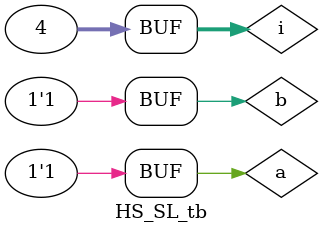
<source format=v>
module HS_SL(B,D,a,b);
	input a, b;
	output B, D;

	wire a_not;
	xor xor1(D,a,b);
	not not1(a_not,a);
	and and1(B,a_not,b);
endmodule

module HS_SL_tb;
    reg a,b;
    wire B,D;
    integer i;

    HS_SL inst(B,D,a,b);
    
    initial begin
        $monitor("A=%0b|B=%0b|Borrow=%0b|Diff=%0b", a,b,B,D);
        for(i=0;i<4;i=i+1) begin
            {a,b} = i;
            #10;
        end
    end
endmodule

</source>
